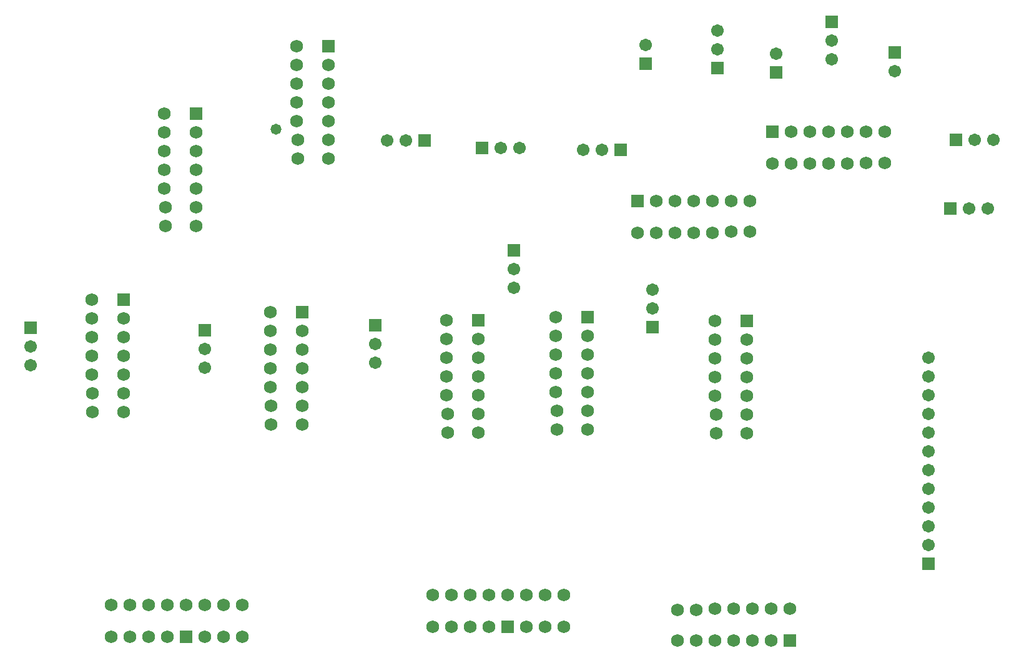
<source format=gbs>
%FSTAX23Y23*%
%MOIN*%
%SFA1B1*%

%IPPOS*%
%ADD12R,0.067060X0.067060*%
%ADD13C,0.067060*%
%ADD14C,0.068000*%
%ADD15R,0.068000X0.068000*%
%ADD16R,0.067060X0.067060*%
%ADD17R,0.068000X0.068000*%
%ADD18C,0.058000*%
%LNpcb1-1*%
%LPD*%
G54D12*
X04862Y04445D03*
X04899Y03039D03*
X06371Y01773D03*
X05856Y04668D03*
X0556Y04397D03*
X05246Y0442D03*
X06191Y04504D03*
X04159Y03447D03*
X03417Y03049D03*
X02509Y0302D03*
X01579Y03034D03*
G54D13*
X04862Y04545D03*
X04899Y03239D03*
Y03139D03*
X06371Y02873D03*
Y02773D03*
Y02673D03*
Y02573D03*
Y02473D03*
Y02373D03*
Y02273D03*
Y02173D03*
Y02073D03*
Y01973D03*
Y01873D03*
X0659Y03672D03*
X0669D03*
X06618Y04039D03*
X06718D03*
X04528Y03986D03*
X04628D03*
X05856Y04568D03*
Y04468D03*
X0556Y04497D03*
X05246Y0462D03*
Y0452D03*
X06191Y04404D03*
X04087Y03993D03*
X04187D03*
X03583Y04033D03*
X03483D03*
X04159Y03347D03*
Y03247D03*
X03417Y02949D03*
Y02849D03*
X02509Y0292D03*
Y0282D03*
X01579Y02934D03*
Y02834D03*
G54D14*
X03004Y03938D03*
Y04038D03*
X02999Y04138D03*
Y04238D03*
Y04338D03*
Y04438D03*
Y04538D03*
X03169Y04438D03*
Y04338D03*
Y04238D03*
Y04138D03*
Y04038D03*
Y03938D03*
X02298Y03578D03*
Y03678D03*
X02293Y03778D03*
Y03878D03*
Y03978D03*
Y04078D03*
Y04178D03*
X02463Y04078D03*
Y03978D03*
Y03878D03*
Y03778D03*
Y03678D03*
Y03578D03*
X03725Y01608D03*
X04425D03*
X04325D03*
X04225D03*
X04125D03*
X04025D03*
X03925D03*
X03825D03*
X04425Y01438D03*
X04325D03*
X04225D03*
X04025D03*
X03925D03*
X03725D03*
X03825D03*
X02007Y01555D03*
X02707D03*
X02607D03*
X02507D03*
X02407D03*
X02307D03*
X02207D03*
X02107D03*
X02707Y01385D03*
X02607D03*
X02507D03*
X02307D03*
X02207D03*
X02007D03*
X02107D03*
X06139Y03915D03*
X06039D03*
X05939Y0391D03*
X05839D03*
X05739D03*
X05639D03*
X05539D03*
X05639Y0408D03*
X05739D03*
X05839D03*
X05939D03*
X06039D03*
X06139D03*
X05418Y03547D03*
X05318D03*
X05218Y03542D03*
X05118D03*
X05018D03*
X04918D03*
X04818D03*
X04918Y03712D03*
X05018D03*
X05118D03*
X05218D03*
X05318D03*
X05418D03*
X05033Y01528D03*
X05133D03*
X05233Y01533D03*
X05333D03*
X05433D03*
X05533D03*
X05633D03*
X05533Y01363D03*
X05433D03*
X05333D03*
X05233D03*
X05133D03*
X05033D03*
X01909Y02583D03*
Y02683D03*
X01904Y02783D03*
Y02883D03*
Y02983D03*
Y03083D03*
Y03183D03*
X02074Y03083D03*
Y02983D03*
Y02883D03*
Y02783D03*
Y02683D03*
Y02583D03*
X03804Y02473D03*
Y02573D03*
X03799Y02673D03*
Y02773D03*
Y02873D03*
Y02973D03*
Y03073D03*
X03969Y02973D03*
Y02873D03*
Y02773D03*
Y02673D03*
Y02573D03*
Y02473D03*
X02863Y02519D03*
Y02619D03*
X02858Y02719D03*
Y02819D03*
Y02919D03*
Y03019D03*
Y03119D03*
X03028Y03019D03*
Y02919D03*
Y02819D03*
Y02719D03*
Y02619D03*
Y02519D03*
X04388Y0249D03*
Y0259D03*
X04383Y0269D03*
Y0279D03*
Y0289D03*
Y0299D03*
Y0309D03*
X04553Y0299D03*
Y0289D03*
Y0279D03*
Y0269D03*
Y0259D03*
Y0249D03*
X05237Y0247D03*
Y0257D03*
X05232Y0267D03*
Y0277D03*
Y0287D03*
Y0297D03*
Y0307D03*
X05402Y0297D03*
Y0287D03*
Y0277D03*
Y0267D03*
Y0257D03*
Y0247D03*
G54D15*
X03169Y04538D03*
X02463Y04178D03*
X02074Y03183D03*
X03969Y03073D03*
X03028Y03119D03*
X04553Y0309D03*
X05402Y0307D03*
G54D16*
X0649Y03672D03*
X06518Y04039D03*
X04728Y03986D03*
X03987Y03993D03*
X03683Y04033D03*
G54D17*
X04125Y01438D03*
X02407Y01385D03*
X05539Y0408D03*
X04818Y03712D03*
X05633Y01363D03*
G54D18*
X02889Y04093D03*
M02*
</source>
